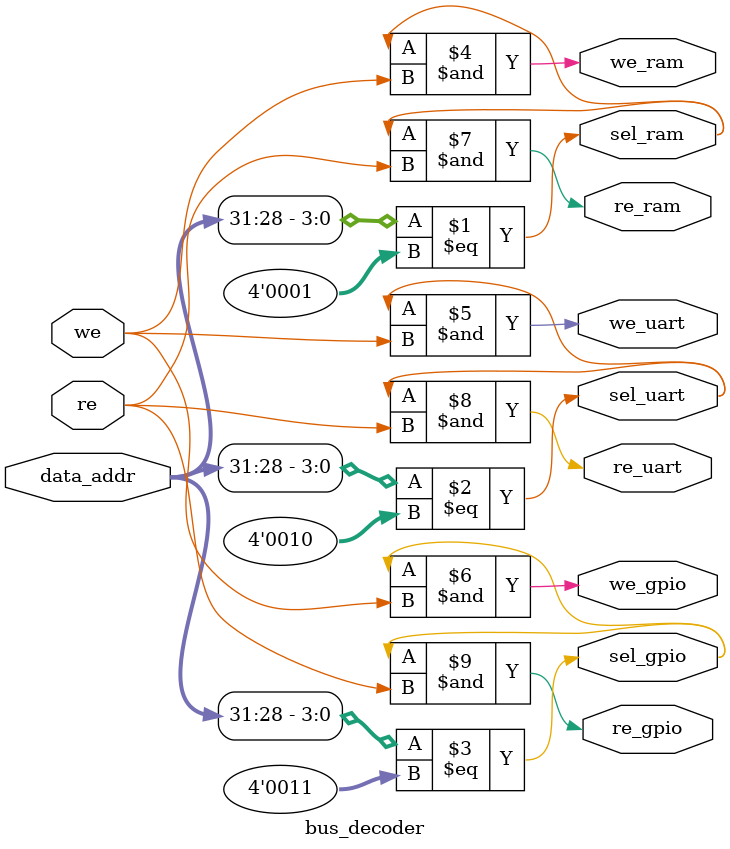
<source format=v>
module bus_decoder(
    input [31:0] data_addr,
    input re,
    input we,
    output sel_ram, sel_uart, sel_gpio,
    output re_ram, re_uart, re_gpio,
    output we_ram, we_uart, we_gpio
);

assign sel_ram = (data_addr[31:28] == 4'h1);
assign sel_uart = (data_addr[31:28] == 4'h2);
assign sel_gpio = (data_addr[31:28] == 4'h3);

assign we_ram = sel_ram & we;
assign we_uart = sel_uart & we;
assign we_gpio = sel_gpio & we;

assign re_ram = sel_ram & re;
assign re_uart = sel_uart & re;
assign re_gpio = sel_gpio & re;

endmodule
</source>
